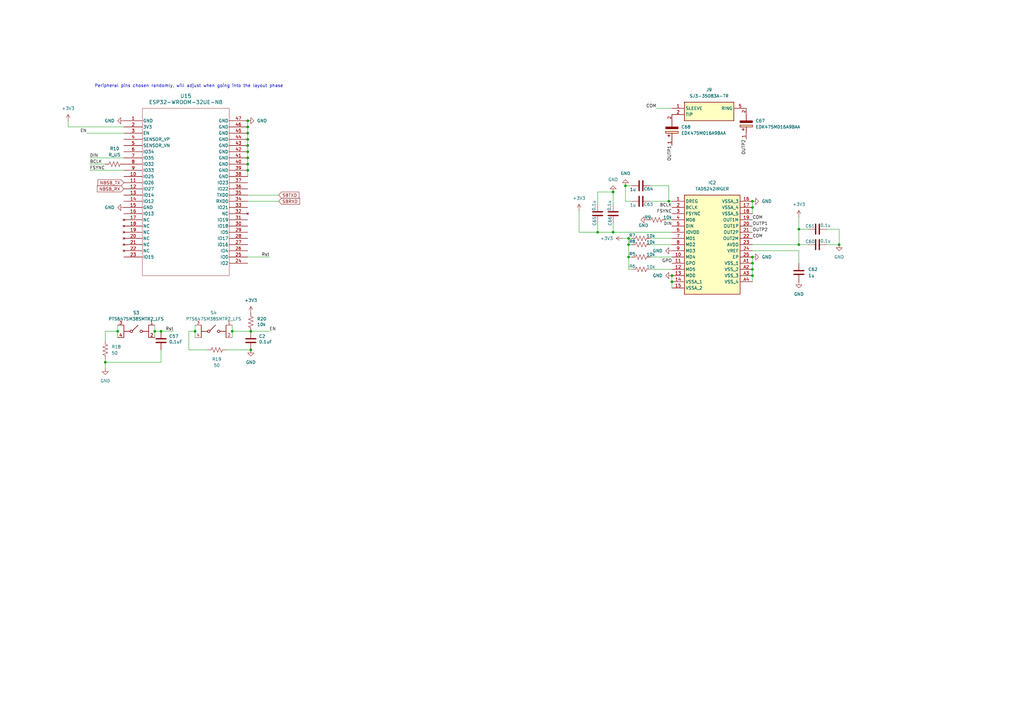
<source format=kicad_sch>
(kicad_sch (version 20250114) (generator "eeschema") (generator_version "9.0")
  (paper "A3")
  (lib_symbols
    (symbol "Device:C" (pin_numbers (hide yes)) (pin_names (offset 0.254))
      (property "Reference" "C" (at 0.635 2.54 0))
      (property "Value" "C" (at 0.635 -2.54 0))
      (symbol "C_0_1"
        (polyline (pts (xy -2.032 0.762) (xy 2.032 0.762)) (stroke (width 0.508)))
        (polyline (pts (xy -2.032 -0.762) (xy 2.032 -0.762)) (stroke (width 0.508)))
      )
      (symbol "C_1_1"
        (pin passive line (at 0 3.81 270) (length 2.794) (name "~") (number "1"))
        (pin passive line (at 0 -3.81 90) (length 2.794) (name "~") (number "2"))
      )
    )
    (symbol "Device:R_US" (pin_numbers (hide yes)) (pin_names (offset 0))
      (property "Reference" "R" (at 2.54 0 90))
      (property "Value" "R_US" (at -2.54 0 90))
      (symbol "R_US_0_1"
        (polyline (pts (xy 0 2.286) (xy 0 2.54)))
        (polyline (pts (xy 0 2.286) (xy 1.016 1.905) (xy 0 1.524) (xy -1.016 1.143) (xy 0 0.762)))
        (polyline (pts (xy 0 0.762) (xy 1.016 0.381) (xy 0 0) (xy -1.016 -0.381) (xy 0 -0.762)))
        (polyline (pts (xy 0 -0.762) (xy 1.016 -1.143) (xy 0 -1.524) (xy -1.016 -1.905) (xy 0 -2.286)))
        (polyline (pts (xy 0 -2.286) (xy 0 -2.54)))
      )
      (symbol "R_US_1_1"
        (pin passive line (at 0 3.81 270) (length 1.27) (name "~") (number "1"))
        (pin passive line (at 0 -3.81 90) (length 1.27) (name "~") (number "2"))
      )
    )
    (symbol "FPGA&MCU:ESP32-WROOM-32UE-N8" (pin_names (offset 0.254))
      (property "Reference" "U" (at 25.4 10.16 0))
      (property "Value" "ESP32-WROOM-32UE-N8" (at 25.4 7.62 0))
      (symbol "ESP32-WROOM-32UE-N8_0_1"
        (polyline (pts (xy 7.62 5.08) (xy 7.62 -63.5)) (stroke (width 0.127)))
        (polyline (pts (xy 7.62 -63.5) (xy 43.18 -63.5)) (stroke (width 0.127)))
        (polyline (pts (xy 43.18 5.08) (xy 7.62 5.08)) (stroke (width 0.127)))
        (polyline (pts (xy 43.18 -63.5) (xy 43.18 5.08)) (stroke (width 0.127)))
        (pin power_out line (at 0 0 0) (length 7.62) (name "GND") (number "1"))
        (pin power_in line (at 0 -2.54 0) (length 7.62) (name "3V3") (number "2"))
        (pin input line (at 0 -5.08 0) (length 7.62) (name "EN") (number "3"))
        (pin input line (at 0 -7.62 0) (length 7.62) (name "SENSOR_VP") (number "4"))
        (pin input line (at 0 -10.16 0) (length 7.62) (name "SENSOR_VN") (number "5"))
        (pin input line (at 0 -12.7 0) (length 7.62) (name "IO34") (number "6"))
        (pin input line (at 0 -15.24 0) (length 7.62) (name "IO35") (number "7"))
        (pin bidirectional line (at 0 -17.78 0) (length 7.62) (name "IO32") (number "8"))
        (pin bidirectional line (at 0 -20.32 0) (length 7.62) (name "IO33") (number "9"))
        (pin bidirectional line (at 0 -22.86 0) (length 7.62) (name "IO25") (number "10"))
        (pin bidirectional line (at 0 -25.4 0) (length 7.62) (name "IO26") (number "11"))
        (pin bidirectional line (at 0 -27.94 0) (length 7.62) (name "IO27") (number "12"))
        (pin bidirectional line (at 0 -30.48 0) (length 7.62) (name "IO14") (number "13"))
        (pin bidirectional line (at 0 -33.02 0) (length 7.62) (name "IO12") (number "14"))
        (pin power_out line (at 0 -35.56 0) (length 7.62) (name "GND") (number "15"))
        (pin bidirectional line (at 0 -38.1 0) (length 7.62) (name "IO13") (number "16"))
        (pin no_connect line (at 0 -40.64 0) (length 7.62) (name "NC") (number "17"))
        (pin no_connect line (at 0 -43.18 0) (length 7.62) (name "NC") (number "18"))
        (pin no_connect line (at 0 -45.72 0) (length 7.62) (name "NC") (number "19"))
        (pin no_connect line (at 0 -48.26 0) (length 7.62) (name "NC") (number "20"))
        (pin no_connect line (at 0 -50.8 0) (length 7.62) (name "NC") (number "21"))
        (pin no_connect line (at 0 -53.34 0) (length 7.62) (name "NC") (number "22"))
        (pin bidirectional line (at 0 -55.88 0) (length 7.62) (name "IO15") (number "23"))
        (pin power_out line (at 50.8 0 180) (length 7.62) (name "GND") (number "47"))
        (pin power_out line (at 50.8 -2.54 180) (length 7.62) (name "GND") (number "46"))
        (pin power_out line (at 50.8 -5.08 180) (length 7.62) (name "GND") (number "45"))
        (pin power_out line (at 50.8 -7.62 180) (length 7.62) (name "GND") (number "44"))
        (pin power_out line (at 50.8 -10.16 180) (length 7.62) (name "GND") (number "43"))
        (pin power_out line (at 50.8 -12.7 180) (length 7.62) (name "GND") (number "42"))
        (pin power_out line (at 50.8 -15.24 180) (length 7.62) (name "GND") (number "41"))
        (pin power_out line (at 50.8 -17.78 180) (length 7.62) (name "GND") (number "40"))
        (pin power_out line (at 50.8 -20.32 180) (length 7.62) (name "GND") (number "39"))
        (pin power_out line (at 50.8 -22.86 180) (length 7.62) (name "GND") (number "38"))
        (pin bidirectional line (at 50.8 -25.4 180) (length 7.62) (name "IO23") (number "37"))
        (pin bidirectional line (at 50.8 -27.94 180) (length 7.62) (name "IO22") (number "36"))
        (pin bidirectional line (at 50.8 -33.02 180) (length 7.62) (name "RXD0") (number "34"))
        (pin bidirectional line (at 50.8 -35.56 180) (length 7.62) (name "IO21") (number "33"))
        (pin no_connect line (at 50.8 -38.1 180) (length 7.62) (name "NC") (number "32"))
        (pin bidirectional line (at 50.8 -40.64 180) (length 7.62) (name "IO19") (number "31"))
        (pin bidirectional line (at 50.8 -43.18 180) (length 7.62) (name "IO18") (number "30"))
        (pin bidirectional line (at 50.8 -45.72 180) (length 7.62) (name "IO5") (number "29"))
        (pin bidirectional line (at 50.8 -48.26 180) (length 7.62) (name "IO17") (number "28"))
        (pin bidirectional line (at 50.8 -50.8 180) (length 7.62) (name "IO16") (number "27"))
        (pin bidirectional line (at 50.8 -53.34 180) (length 7.62) (name "IO4") (number "26"))
        (pin bidirectional line (at 50.8 -55.88 180) (length 7.62) (name "IO0") (number "25"))
        (pin bidirectional line (at 50.8 -58.42 180) (length 7.62) (name "IO2") (number "24"))
      )
      (symbol "ESP32-WROOM-32UE-N8_1_1"
        (pin bidirectional line (at 50.8 -30.48 180) (length 7.62) (name "TXD0") (number "35"))
      )
    )
    (symbol "FPGA_Interface:PTS647SM38SMTR2_LFS" (pin_names (hide yes))
      (property "Reference" "S" (at 12.7 6.35 0))
      (property "Value" "PTS647SM38SMTR2_LFS" (at 12.7 3.81 0))
      (symbol "PTS647SM38SMTR2_LFS_1_1"
        (polyline (pts (xy 2.54 -2.54) (xy 5.08 -2.54)) (stroke (width 0.254)))
        (polyline (pts (xy 2.54 -5.08) (xy 2.54 0)) (stroke (width 0.254)))
        (circle (center 5.588 -2.54) (radius 0.508) (stroke (width 0.254)))
        (polyline (pts (xy 6.096 -2.286) (xy 8.382 0)) (stroke (width 0.254)))
        (circle (center 9.652 -2.54) (radius 0.508) (stroke (width 0.254)))
        (polyline (pts (xy 10.16 -2.54) (xy 12.7 -2.54)) (stroke (width 0.254)))
        (polyline (pts (xy 12.7 -5.08) (xy 12.7 0)) (stroke (width 0.254)))
        (pin passive line (at 0 0 0) (length 2.54) (name "COM_1") (number "3"))
        (pin passive line (at 0 -5.08 0) (length 2.54) (name "COM_2") (number "4"))
        (pin passive line (at 15.24 0 180) (length 2.54) (name "NO_1") (number "1"))
        (pin passive line (at 15.24 -5.08 180) (length 2.54) (name "NO_2") (number "2"))
      )
    )
    (symbol "FPGA_Interface:SJ3-35083A-TR"
      (property "Reference" "J" (at 26.67 7.62 0))
      (property "Value" "SJ3-35083A-TR" (at 26.67 5.08 0))
      (symbol "SJ3-35083A-TR_1_1"
        (rectangle (start 5.08 2.54) (end 25.4 -5.08) (stroke (width 0.254)) (fill (type background)))
        (pin passive line (at 0 0 0) (length 5.08) (name "SLEEVE") (number "1"))
        (pin passive line (at 0 -2.54 0) (length 5.08) (name "TIP") (number "2"))
        (pin passive line (at 30.48 0 180) (length 5.08) (name "RING") (number "5"))
      )
    )
    (symbol "SB:EDK475M016A9BAA" (pin_names (hide yes))
      (property "Reference" "C" (at 8.89 6.35 0))
      (property "Value" "EDK475M016A9BAA" (at 8.89 3.81 0))
      (symbol "EDK475M016A9BAA_1_1"
        (polyline (pts (xy 2.54 0) (xy 5.08 0)) (stroke (width 0.254)))
        (polyline (pts (xy 4.064 1.778) (xy 4.064 0.762)) (stroke (width 0.254)))
        (polyline (pts (xy 4.572 1.27) (xy 3.556 1.27)) (stroke (width 0.254)))
        (rectangle (start 5.08 2.54) (end 5.842 -2.54) (stroke (width 0.254)) (fill (type background)))
        (polyline (pts (xy 7.62 2.54) (xy 7.62 -2.54) (xy 6.858 -2.54) (xy 6.858 2.54) (xy 7.62 2.54)) (stroke (width 0.254)) (fill (type outline)))
        (polyline (pts (xy 7.62 0) (xy 10.16 0)) (stroke (width 0.254)))
        (pin passive line (at 0 0 0) (length 2.54) (name "+") (number "1"))
        (pin passive line (at 12.7 0 180) (length 2.54) (name "-") (number "2"))
      )
    )
    (symbol "SB:TAD5242IRGER"
      (property "Reference" "IC" (at 29.21 7.62 0))
      (property "Value" "TAD5242IRGER" (at 29.21 5.08 0))
      (symbol "TAD5242IRGER_1_1"
        (rectangle (start 5.08 2.54) (end 27.94 -38.1) (stroke (width 0.254)) (fill (type background)))
        (pin passive line (at 0 0 0) (length 5.08) (name "DREG") (number "1"))
        (pin passive line (at 0 -2.54 0) (length 5.08) (name "BCLK") (number "2"))
        (pin passive line (at 0 -5.08 0) (length 5.08) (name "FSYNC") (number "3"))
        (pin passive line (at 0 -7.62 0) (length 5.08) (name "MD6") (number "4"))
        (pin passive line (at 0 -10.16 0) (length 5.08) (name "DIN") (number "5"))
        (pin passive line (at 0 -12.7 0) (length 5.08) (name "IOVDD") (number "6"))
        (pin passive line (at 0 -15.24 0) (length 5.08) (name "MD1") (number "7"))
        (pin passive line (at 0 -17.78 0) (length 5.08) (name "MD2") (number "8"))
        (pin passive line (at 0 -20.32 0) (length 5.08) (name "MD3") (number "9"))
        (pin passive line (at 0 -22.86 0) (length 5.08) (name "MD4") (number "10"))
        (pin passive line (at 0 -25.4 0) (length 5.08) (name "GPO") (number "11"))
        (pin passive line (at 0 -27.94 0) (length 5.08) (name "MD5") (number "12"))
        (pin passive line (at 0 -30.48 0) (length 5.08) (name "MD0") (number "13"))
        (pin passive line (at 0 -33.02 0) (length 5.08) (name "VSSA_1") (number "14"))
        (pin passive line (at 0 -35.56 0) (length 5.08) (name "VSSA_2") (number "15"))
        (pin passive line (at 33.02 0 180) (length 5.08) (name "VSSA_3") (number "16"))
        (pin passive line (at 33.02 -2.54 180) (length 5.08) (name "VSSA_4") (number "17"))
        (pin passive line (at 33.02 -5.08 180) (length 5.08) (name "VSSA_5") (number "18"))
        (pin passive line (at 33.02 -7.62 180) (length 5.08) (name "OUT1M") (number "19"))
        (pin passive line (at 33.02 -10.16 180) (length 5.08) (name "OUT1P") (number "20"))
        (pin passive line (at 33.02 -12.7 180) (length 5.08) (name "OUT2P") (number "21"))
        (pin passive line (at 33.02 -15.24 180) (length 5.08) (name "OUT2M") (number "22"))
        (pin passive line (at 33.02 -17.78 180) (length 5.08) (name "AVDD") (number "23"))
        (pin passive line (at 33.02 -20.32 180) (length 5.08) (name "VREF") (number "24"))
        (pin passive line (at 33.02 -22.86 180) (length 5.08) (name "EP") (number "25"))
        (pin passive line (at 33.02 -25.4 180) (length 5.08) (name "VSS_1") (number "A1"))
        (pin passive line (at 33.02 -27.94 180) (length 5.08) (name "VSS_2") (number "A2"))
        (pin passive line (at 33.02 -30.48 180) (length 5.08) (name "VSS_3") (number "A3"))
        (pin passive line (at 33.02 -33.02 180) (length 5.08) (name "VSS_4") (number "A4"))
      )
    )
    (symbol "power:+3V3" (power) (pin_numbers (hide yes)) (pin_names (offset 0) (hide yes))
      (property "Value" "+3V3" (at 0 3.556 0))
      (symbol "+3V3_0_1"
        (polyline (pts (xy -0.762 1.27) (xy 0 2.54)))
        (polyline (pts (xy 0 2.54) (xy 0.762 1.27)))
        (polyline (pts (xy 0 0) (xy 0 2.54)))
      )
      (symbol "+3V3_1_1"
        (pin power_in line (at 0 0 90) (length 0) (name "~") (number "1"))
      )
    )
    (symbol "power:GND" (power) (pin_numbers (hide yes)) (pin_names (offset 0) (hide yes))
      (property "Value" "GND" (at 0 -3.81 0))
      (symbol "GND_0_1"
        (polyline (pts (xy 0 0) (xy 0 -1.27) (xy 1.27 -1.27) (xy 0 -2.54) (xy -1.27 -1.27) (xy 0 -1.27)))
      )
      (symbol "GND_1_1"
        (pin power_in line (at 0 0 270) (length 0) (name "~") (number "1"))
      )
    )
  )
  (text "Peripheral pins chosen randomly, will adjust when going into the layout phase\n" (at 77.47 35.306 0) (effects (font (size 1.27 1.27))))
  (junction (at 275.59 113.03))
  (junction (at 344.17 100.33))
  (junction (at 308.61 110.49))
  (junction (at 256.54 76.2))
  (junction (at 101.6 57.15))
  (junction (at 308.61 82.55))
  (junction (at 308.61 113.03))
  (junction (at 66.04 135.89))
  (junction (at 327.66 93.98))
  (junction (at 251.46 95.25))
  (junction (at 257.81 97.79))
  (junction (at 308.61 107.95))
  (junction (at 48.26 135.89))
  (junction (at 95.25 135.89))
  (junction (at 101.6 52.07))
  (junction (at 101.6 49.53))
  (junction (at 102.87 135.89))
  (junction (at 327.66 100.33))
  (junction (at 245.11 95.25))
  (junction (at 102.87 143.51))
  (junction (at 274.32 82.55))
  (junction (at 101.6 59.69))
  (junction (at 101.6 67.31))
  (junction (at 257.81 105.41))
  (junction (at 63.5 135.89))
  (junction (at 257.81 100.33))
  (junction (at 101.6 69.85))
  (junction (at 101.6 64.77))
  (junction (at 251.46 78.74))
  (junction (at 101.6 62.23))
  (junction (at 80.01 135.89))
  (junction (at 275.59 115.57))
  (junction (at 308.61 85.09))
  (junction (at 101.6 54.61))
  (junction (at 43.18 148.59))
  (junction (at 308.61 105.41))
  (wire (pts (xy 308.61 102.87) (xy 327.66 102.87)))
  (wire (pts (xy 101.6 57.15) (xy 101.6 59.69)))
  (wire (pts (xy 344.17 93.98) (xy 344.17 100.33)))
  (wire (pts (xy 36.83 69.85) (xy 50.8 69.85)))
  (wire (pts (xy 245.11 91.44) (xy 245.11 95.25)))
  (wire (pts (xy 308.61 82.55) (xy 308.61 85.09)))
  (wire (pts (xy 331.47 100.33) (xy 327.66 100.33)))
  (wire (pts (xy 63.5 135.89) (xy 63.5 138.43)))
  (wire (pts (xy 245.11 95.25) (xy 237.49 95.25)))
  (wire (pts (xy 237.49 86.36) (xy 237.49 95.25)))
  (wire (pts (xy 101.6 59.69) (xy 101.6 62.23)))
  (wire (pts (xy 257.81 97.79) (xy 257.81 100.33)))
  (wire (pts (xy 251.46 83.82) (xy 251.46 78.74)))
  (wire (pts (xy 257.81 105.41) (xy 257.81 110.49)))
  (wire (pts (xy 256.54 82.55) (xy 256.54 76.2)))
  (wire (pts (xy 80.01 135.89) (xy 80.01 138.43)))
  (wire (pts (xy 259.08 82.55) (xy 256.54 82.55)))
  (wire (pts (xy 101.6 49.53) (xy 101.6 52.07)))
  (wire (pts (xy 274.32 76.2) (xy 274.32 82.55)))
  (wire (pts (xy 274.32 76.2) (xy 266.7 76.2)))
  (wire (pts (xy 101.6 54.61) (xy 101.6 57.15)))
  (wire (pts (xy 339.09 93.98) (xy 344.17 93.98)))
  (wire (pts (xy 257.81 100.33) (xy 259.08 100.33)))
  (wire (pts (xy 110.49 105.41) (xy 101.6 105.41)))
  (wire (pts (xy 275.59 115.57) (xy 275.59 118.11)))
  (wire (pts (xy 308.61 105.41) (xy 308.61 107.95)))
  (wire (pts (xy 36.83 67.31) (xy 43.18 67.31)))
  (wire (pts (xy 102.87 135.89) (xy 110.49 135.89)))
  (wire (pts (xy 245.11 83.82) (xy 245.11 78.74)))
  (wire (pts (xy 308.61 85.09) (xy 308.61 87.63)))
  (wire (pts (xy 27.94 49.53) (xy 27.94 52.07)))
  (wire (pts (xy 95.25 135.89) (xy 95.25 138.43)))
  (wire (pts (xy 331.47 93.98) (xy 327.66 93.98)))
  (wire (pts (xy 259.08 76.2) (xy 256.54 76.2)))
  (wire (pts (xy 101.6 80.01) (xy 114.3 80.01)))
  (wire (pts (xy 80.01 133.35) (xy 80.01 135.89)))
  (wire (pts (xy 266.7 105.41) (xy 275.59 105.41)))
  (wire (pts (xy 266.7 97.79) (xy 275.59 97.79)))
  (wire (pts (xy 274.32 82.55) (xy 275.59 82.55)))
  (wire (pts (xy 269.24 44.45) (xy 275.59 44.45)))
  (wire (pts (xy 257.81 105.41) (xy 259.08 105.41)))
  (wire (pts (xy 275.59 113.03) (xy 275.59 115.57)))
  (wire (pts (xy 43.18 135.89) (xy 43.18 139.7)))
  (wire (pts (xy 327.66 88.9) (xy 327.66 93.98)))
  (wire (pts (xy 43.18 148.59) (xy 43.18 151.13)))
  (wire (pts (xy 273.05 90.17) (xy 275.59 90.17)))
  (wire (pts (xy 48.26 135.89) (xy 48.26 133.35)))
  (wire (pts (xy 274.32 82.55) (xy 266.7 82.55)))
  (wire (pts (xy 36.83 64.77) (xy 50.8 64.77)))
  (wire (pts (xy 275.59 95.25) (xy 251.46 95.25)))
  (wire (pts (xy 259.08 97.79) (xy 257.81 97.79)))
  (wire (pts (xy 327.66 93.98) (xy 327.66 100.33)))
  (wire (pts (xy 101.6 64.77) (xy 101.6 67.31)))
  (wire (pts (xy 257.81 100.33) (xy 257.81 105.41)))
  (wire (pts (xy 339.09 100.33) (xy 344.17 100.33)))
  (wire (pts (xy 257.81 110.49) (xy 259.08 110.49)))
  (wire (pts (xy 63.5 135.89) (xy 66.04 135.89)))
  (wire (pts (xy 308.61 107.95) (xy 308.61 110.49)))
  (wire (pts (xy 327.66 102.87) (xy 327.66 107.95)))
  (wire (pts (xy 63.5 133.35) (xy 63.5 135.89)))
  (wire (pts (xy 95.25 133.35) (xy 95.25 135.89)))
  (wire (pts (xy 92.71 143.51) (xy 102.87 143.51)))
  (wire (pts (xy 101.6 67.31) (xy 101.6 69.85)))
  (wire (pts (xy 255.27 97.79) (xy 257.81 97.79)))
  (wire (pts (xy 308.61 100.33) (xy 327.66 100.33)))
  (wire (pts (xy 66.04 143.51) (xy 66.04 148.59)))
  (wire (pts (xy 35.56 54.61) (xy 50.8 54.61)))
  (wire (pts (xy 266.7 110.49) (xy 275.59 110.49)))
  (wire (pts (xy 48.26 135.89) (xy 48.26 138.43)))
  (wire (pts (xy 77.47 135.89) (xy 77.47 143.51)))
  (wire (pts (xy 101.6 82.55) (xy 114.3 82.55)))
  (wire (pts (xy 80.01 135.89) (xy 77.47 135.89)))
  (wire (pts (xy 308.61 110.49) (xy 308.61 113.03)))
  (wire (pts (xy 245.11 78.74) (xy 251.46 78.74)))
  (wire (pts (xy 101.6 52.07) (xy 101.6 54.61)))
  (wire (pts (xy 251.46 91.44) (xy 251.46 95.25)))
  (wire (pts (xy 66.04 148.59) (xy 43.18 148.59)))
  (wire (pts (xy 43.18 135.89) (xy 48.26 135.89)))
  (wire (pts (xy 95.25 135.89) (xy 102.87 135.89)))
  (wire (pts (xy 308.61 113.03) (xy 308.61 115.57)))
  (wire (pts (xy 251.46 95.25) (xy 245.11 95.25)))
  (wire (pts (xy 101.6 62.23) (xy 101.6 64.77)))
  (wire (pts (xy 101.6 69.85) (xy 101.6 72.39)))
  (wire (pts (xy 43.18 147.32) (xy 43.18 148.59)))
  (wire (pts (xy 66.04 135.89) (xy 71.12 135.89)))
  (wire (pts (xy 50.8 52.07) (xy 27.94 52.07)))
  (wire (pts (xy 77.47 143.51) (xy 85.09 143.51)))
  (wire (pts (xy 266.7 100.33) (xy 275.59 100.33)))
  (label "BCLK" (at 36.83 67.31 0))
  (label "OUTP1" (at 275.59 59.69 270))
  (label "OUTP1" (at 308.61 92.71 0))
  (label "BCLK" (at 275.59 85.09 180))
  (label "OUTP2" (at 306.07 57.15 270))
  (label "FSYNC" (at 36.83 69.85 0))
  (label "COM" (at 269.24 44.45 180))
  (label "FSYNC" (at 275.59 87.63 180))
  (label "DIN" (at 36.83 64.77 0))
  (label "EN" (at 110.49 135.89 0))
  (label "Rst" (at 71.12 135.89 180))
  (label "GPO" (at 275.59 107.95 180))
  (label "COM" (at 308.61 90.17 0))
  (label "COM" (at 308.61 97.79 0))
  (label "EN" (at 35.56 54.61 180))
  (label "DIN" (at 275.59 92.71 180))
  (label "Rst" (at 110.49 105.41 180))
  (label "OUTP2" (at 308.61 95.25 0))
  (global_label "NBSB_RX" (shape input) (at 50.8 77.47 180) (property "Intersheetrefs" "${INTERSHEET_REFS}" (effects (hide yes))))
  (global_label "SBTXD" (shape input) (at 114.3 80.01 0) (property "Intersheetrefs" "${INTERSHEET_REFS}" (effects (hide yes))))
  (global_label "SBRXD" (shape input) (at 114.3 82.55 0) (property "Intersheetrefs" "${INTERSHEET_REFS}" (effects (hide yes))))
  (global_label "NBSB_TX" (shape input) (at 50.8 74.93 180) (property "Intersheetrefs" "${INTERSHEET_REFS}" (effects (hide yes))))
  (symbol (lib_id "power:GND") (at 308.61 105.41 90) (unit 1)
    (property "Reference" "#PWR0153" (effects (hide yes)))
    (property "Value" "GND" (at 312.42 105.4099 90) (effects (justify right)))
    (property "Description" "Power symbol creates a global label with name \"GND\" , ground" (effects (hide yes)))
  )
  (symbol (lib_id "Device:R_US") (at 262.89 105.41 90) (unit 1)
    (property "Reference" "R5" (at 259.334 104.14 90))
    (property "Value" "10k" (at 266.954 104.394 90))
    (property "Description" "Resistor, US symbol" (effects (hide yes)))
  )
  (symbol (lib_id "power:GND") (at 50.8 49.53 270) (unit 1)
    (property "Reference" "#PWR017" (effects (hide yes)))
    (property "Value" "GND" (at 46.99 49.5299 90) (effects (justify right)))
    (property "Description" "Power symbol creates a global label with name \"GND\" , ground" (effects (hide yes)))
  )
  (symbol (lib_id "SB:EDK475M016A9BAA") (at 275.59 59.69 90) (unit 1)
    (property "Reference" "C68" (at 279.4 52.0699 90) (effects (justify right)))
    (property "Value" "EDK475M016A9BAA" (at 279.4 54.6099 90) (effects (justify right)))
    (property "Footprint" "SB:CAPAE430X565N" (effects (hide yes)))
    (property "Datasheet" "https://content.kemet.com/datasheets/KEM_A4001_EDK.pdf" (effects (hide yes)))
    (property "Description" "EDK, Aluminum, Aluminum Electrolytic, 4.7 uF, 20%, 16 VDC, -40/+85C, 85C, -40C, 85C, 2,000 Hrs, 16 % , 0.02, 3 uA, 2, 4, 4mm, 5.4mm, 2000" (effects (hide yes)))
    (property "Height" "5.65" (effects (hide yes)))
    (property "Mouser Part Number" "80-EDK475M016A9BAA" (effects (hide yes)))
    (property "Mouser Price/Stock" "https://www.mouser.co.uk/ProductDetail/KEMET/EDK475M016A9BAA?qs=E9QF1UCAUX56UXN1YiCZhQ%3D%3D" (effects (hide yes)))
    (property "Manufacturer_Name" "KEMET" (effects (hide yes)))
    (property "Manufacturer_Part_Number" "EDK475M016A9BAA" (effects (hide yes)))
  )
  (symbol (lib_id "power:GND") (at 275.59 102.87 270) (unit 1)
    (property "Reference" "#PWR0157" (effects (hide yes)))
    (property "Value" "GND" (at 271.78 102.8699 90) (effects (justify right)))
    (property "Description" "Power symbol creates a global label with name \"GND\" , ground" (effects (hide yes)))
  )
  (symbol (lib_id "FPGA_Interface:SJ3-35083A-TR") (at 275.59 44.45 0) (unit 1)
    (property "Reference" "J9" (at 290.83 36.83 0))
    (property "Value" "SJ3-35083A-TR" (at 290.83 39.37 0))
    (property "Footprint" "SJ335083ATR" (effects (hide yes)))
    (property "Datasheet" "https://www.sameskydevices.com/product/resource/SJ3-35083A-TR.pdf" (effects (hide yes)))
    (property "Description" "SJ3-35083A-TR - 3.5 mm Stereo Jack, Through Hole, 3 Conductors, 0 Internal Switches,  Tape & Reel Packaging" (effects (hide yes)))
    (property "Height" "5.3" (effects (hide yes)))
    (property "Mouser Part Number" "179-SJ3-35083A-TR" (effects (hide yes)))
    (property "Mouser Price/Stock" "https://www.mouser.co.uk/ProductDetail/Same-Sky/SJ3-35083A-TR?qs=IKkN%2F947nfAXbylC140wLg%3D%3D" (effects (hide yes)))
    (property "Manufacturer_Name" "Same Sky" (effects (hide yes)))
    (property "Manufacturer_Part_Number" "SJ3-35083A-TR" (effects (hide yes)))
  )
  (symbol (lib_id "FPGA_Interface:PTS647SM38SMTR2_LFS") (at 80.01 133.35 0) (unit 1)
    (property "Reference" "S4" (at 87.63 128.27 0))
    (property "Value" "PTS647SM38SMTR2_LFS" (at 87.63 130.81 0))
    (property "Footprint" "PTS647SM38SMTR2LFS" (effects (hide yes)))
    (property "Datasheet" "https://www.ckswitches.com/media/2567/pts647.pdf" (effects (hide yes)))
    (property "Description" "Tactile Switch SPST-NO Top Actuated Surface Mount 0.05A 12V" (effects (hide yes)))
    (property "Manufacturer_Name" "C & K COMPONENTS" (effects (hide yes)))
    (property "Manufacturer_Part_Number" "PTS647SM38SMTR2 LFS" (effects (hide yes)))
  )
  (symbol (lib_id "power:+3V3") (at 327.66 88.9 0) (unit 1)
    (property "Reference" "#PWR0159" (effects (hide yes)))
    (property "Value" "+3V3" (at 327.66 83.82 0))
    (property "Description" "Power symbol creates a global label with name \"+3V3\"" (effects (hide yes)))
  )
  (symbol (lib_id "Device:C") (at 66.04 139.7 0) (unit 1)
    (property "Reference" "C57" (at 69.342 137.922 0) (effects (justify left)))
    (property "Value" "0.1uF" (at 69.342 140.208 0) (effects (justify left)))
    (property "Description" "Unpolarized capacitor" (effects (hide yes)))
  )
  (symbol (lib_id "power:+3V3") (at 237.49 86.36 0) (unit 1)
    (property "Reference" "#PWR0162" (effects (hide yes)))
    (property "Value" "+3V3" (at 237.49 81.28 0))
    (property "Description" "Power symbol creates a global label with name \"+3V3\"" (effects (hide yes)))
  )
  (symbol (lib_id "power:GND") (at 275.59 113.03 270) (unit 1)
    (property "Reference" "#PWR0155" (effects (hide yes)))
    (property "Value" "GND" (at 271.78 113.0301 90) (effects (justify right)))
    (property "Description" "Power symbol creates a global label with name \"GND\" , ground" (effects (hide yes)))
  )
  (symbol (lib_id "Device:C") (at 327.66 111.76 0) (unit 1)
    (property "Reference" "C62" (at 331.47 110.4899 0) (effects (justify left)))
    (property "Value" "1u" (at 331.47 113.0299 0) (effects (justify left)))
    (property "Description" "Unpolarized capacitor" (effects (hide yes)))
  )
  (symbol (lib_id "power:GND") (at 256.54 76.2 180) (unit 1)
    (property "Reference" "#PWR0160" (effects (hide yes)))
    (property "Value" "GND" (at 256.54 71.12 0))
    (property "Description" "Power symbol creates a global label with name \"GND\" , ground" (effects (hide yes)))
  )
  (symbol (lib_id "power:GND") (at 344.17 100.33 0) (unit 1)
    (property "Reference" "#PWR0151" (effects (hide yes)))
    (property "Value" "GND" (at 344.17 105.41 0))
    (property "Description" "Power symbol creates a global label with name \"GND\" , ground" (effects (hide yes)))
  )
  (symbol (lib_id "SB:TAD5242IRGER") (at 275.59 82.55 0) (unit 1)
    (property "Reference" "IC2" (at 292.1 74.93 0))
    (property "Value" "TAD5242IRGER" (at 292.1 77.47 0))
    (property "Footprint" "TAD5242IRGER" (effects (hide yes)))
    (property "Datasheet" "https://www.ti.com/lit/ds/symlink/tad5242.pdf?ts=1736249226355&ref_url=https%253A%252F%252Fwww.ti.com%252Fproduct%252FTAD5242" (effects (hide yes)))
    (property "Description" "Audio D/A Converter ICs Hardware-control stereo audio DAC with 120dB dynamic range, and headphone and line driver" (effects (hide yes)))
    (property "Height" "1" (effects (hide yes)))
    (property "Mouser Part Number" "595-TAD5242IRGER" (effects (hide yes)))
    (property "Mouser Price/Stock" "https://www.mouser.co.uk/ProductDetail/Texas-Instruments/TAD5242IRGER?qs=%252BXxaIXUDbq07iiss%252B1zA7A%3D%3D" (effects (hide yes)))
    (property "Manufacturer_Name" "Texas Instruments" (effects (hide yes)))
    (property "Manufacturer_Part_Number" "TAD5242IRGER" (effects (hide yes)))
  )
  (symbol (lib_id "power:+3V3") (at 102.87 128.27 0) (unit 1)
    (property "Reference" "#PWR015" (effects (hide yes)))
    (property "Value" "+3V3" (at 102.87 123.19 0))
    (property "Description" "Power symbol creates a global label with name \"+3V3\"" (effects (hide yes)))
  )
  (symbol (lib_id "Device:C") (at 335.28 93.98 90) (unit 1)
    (property "Reference" "C61" (at 332.232 92.71 90))
    (property "Value" "0.1u" (at 338.582 92.456 90))
    (property "Description" "Unpolarized capacitor" (effects (hide yes)))
  )
  (symbol (lib_id "Device:C") (at 251.46 87.63 180) (unit 1)
    (property "Reference" "C66" (at 250.19 90.678 90))
    (property "Value" "0.1u" (at 249.936 84.328 90))
    (property "Description" "Unpolarized capacitor" (effects (hide yes)))
  )
  (symbol (lib_id "Device:R_US") (at 262.89 100.33 90) (unit 1)
    (property "Reference" "R8" (at 259.334 99.06 90))
    (property "Value" "10k" (at 266.954 99.314 90))
    (property "Description" "Resistor, US symbol" (effects (hide yes)))
  )
  (symbol (lib_id "power:GND") (at 265.43 90.17 270) (unit 1)
    (property "Reference" "#PWR0158" (effects (hide yes)))
    (property "Value" "GND" (at 265.938 92.456 90) (effects (justify right)))
    (property "Description" "Power symbol creates a global label with name \"GND\" , ground" (effects (hide yes)))
  )
  (symbol (lib_id "power:GND") (at 101.6 49.53 90) (unit 1)
    (property "Reference" "#PWR020" (effects (hide yes)))
    (property "Value" "GND" (at 105.41 49.5299 90) (effects (justify right)))
    (property "Description" "Power symbol creates a global label with name \"GND\" , ground" (effects (hide yes)))
  )
  (symbol (lib_id "power:GND") (at 251.46 78.74 180) (unit 1)
    (property "Reference" "#PWR0161" (effects (hide yes)))
    (property "Value" "GND" (at 251.46 73.66 0))
    (property "Description" "Power symbol creates a global label with name \"GND\" , ground" (effects (hide yes)))
  )
  (symbol (lib_id "Device:R_US") (at 262.89 97.79 90) (unit 1)
    (property "Reference" "R7" (at 259.334 96.52 90))
    (property "Value" "10k" (at 266.954 96.774 90))
    (property "Description" "Resistor, US symbol" (effects (hide yes)))
  )
  (symbol (lib_id "Device:C") (at 262.89 76.2 270) (unit 1)
    (property "Reference" "C64" (at 265.938 77.47 90))
    (property "Value" "1u" (at 259.588 77.724 90))
    (property "Description" "Unpolarized capacitor" (effects (hide yes)))
  )
  (symbol (lib_id "SB:EDK475M016A9BAA") (at 306.07 57.15 90) (unit 1)
    (property "Reference" "C67" (at 309.88 49.5299 90) (effects (justify right)))
    (property "Value" "EDK475M016A9BAA" (at 309.88 52.0699 90) (effects (justify right)))
    (property "Footprint" "SB:CAPAE430X565N" (effects (hide yes)))
    (property "Datasheet" "https://content.kemet.com/datasheets/KEM_A4001_EDK.pdf" (effects (hide yes)))
    (property "Description" "EDK, Aluminum, Aluminum Electrolytic, 4.7 uF, 20%, 16 VDC, -40/+85C, 85C, -40C, 85C, 2,000 Hrs, 16 % , 0.02, 3 uA, 2, 4, 4mm, 5.4mm, 2000" (effects (hide yes)))
    (property "Height" "5.65" (effects (hide yes)))
    (property "Mouser Part Number" "80-EDK475M016A9BAA" (effects (hide yes)))
    (property "Mouser Price/Stock" "https://www.mouser.co.uk/ProductDetail/KEMET/EDK475M016A9BAA?qs=E9QF1UCAUX56UXN1YiCZhQ%3D%3D" (effects (hide yes)))
    (property "Manufacturer_Name" "KEMET" (effects (hide yes)))
    (property "Manufacturer_Part_Number" "EDK475M016A9BAA" (effects (hide yes)))
  )
  (symbol (lib_id "power:GND") (at 50.8 85.09 270) (unit 1)
    (property "Reference" "#PWR019" (effects (hide yes)))
    (property "Value" "GND" (at 46.99 85.0899 90) (effects (justify right)))
    (property "Description" "Power symbol creates a global label with name \"GND\" , ground" (effects (hide yes)))
  )
  (symbol (lib_id "power:GND") (at 327.66 115.57 0) (unit 1)
    (property "Reference" "#PWR0152" (effects (hide yes)))
    (property "Value" "GND" (at 327.66 120.65 0))
    (property "Description" "Power symbol creates a global label with name \"GND\" , ground" (effects (hide yes)))
  )
  (symbol (lib_id "Device:R_US") (at 102.87 132.08 0) (unit 1)
    (property "Reference" "R20" (at 105.41 130.8099 0) (effects (justify left)))
    (property "Value" "10k" (at 105.41 133.096 0) (effects (justify left)))
    (property "Description" "Resistor, US symbol" (effects (hide yes)))
  )
  (symbol (lib_id "Device:C") (at 102.87 139.7 0) (unit 1)
    (property "Reference" "C2" (at 106.172 137.922 0) (effects (justify left)))
    (property "Value" "0.1uF" (at 106.172 140.208 0) (effects (justify left)))
    (property "Description" "Unpolarized capacitor" (effects (hide yes)))
  )
  (symbol (lib_id "Device:C") (at 335.28 100.33 90) (unit 1)
    (property "Reference" "C60" (at 332.232 99.06 90))
    (property "Value" "0.1u" (at 338.582 98.806 90))
    (property "Description" "Unpolarized capacitor" (effects (hide yes)))
  )
  (symbol (lib_id "Device:R_US") (at 88.9 143.51 270) (unit 1)
    (property "Reference" "R19" (at 88.9 147.32 90))
    (property "Value" "50" (at 88.9 149.86 90))
    (property "Description" "Resistor, US symbol" (effects (hide yes)))
  )
  (symbol (lib_id "Device:R_US") (at 262.89 110.49 90) (unit 1)
    (property "Reference" "R6" (at 259.334 109.22 90))
    (property "Value" "10k" (at 266.954 109.474 90))
    (property "Description" "Resistor, US symbol" (effects (hide yes)))
  )
  (symbol (lib_id "Device:C") (at 262.89 82.55 270) (unit 1)
    (property "Reference" "C63" (at 265.938 83.82 90))
    (property "Value" "1u" (at 259.588 84.074 90))
    (property "Description" "Unpolarized capacitor" (effects (hide yes)))
  )
  (symbol (lib_id "Device:R_US") (at 43.18 143.51 0) (unit 1)
    (property "Reference" "R18" (at 45.72 142.2399 0) (effects (justify left)))
    (property "Value" "50" (at 45.72 144.7799 0) (effects (justify left)))
    (property "Description" "Resistor, US symbol" (effects (hide yes)))
  )
  (symbol (lib_id "power:GND") (at 102.87 143.51 0) (unit 1)
    (property "Reference" "#PWR016" (effects (hide yes)))
    (property "Value" "GND" (at 102.87 148.59 0))
    (property "Description" "Power symbol creates a global label with name \"GND\" , ground" (effects (hide yes)))
  )
  (symbol (lib_id "Device:C") (at 245.11 87.63 180) (unit 1)
    (property "Reference" "C65" (at 243.84 90.678 90))
    (property "Value" "0.1u" (at 243.586 84.328 90))
    (property "Description" "Unpolarized capacitor" (effects (hide yes)))
  )
  (symbol (lib_id "power:+3V3") (at 27.94 49.53 0) (unit 1)
    (property "Reference" "#PWR018" (effects (hide yes)))
    (property "Value" "+3V3" (at 27.94 44.45 0))
    (property "Description" "Power symbol creates a global label with name \"+3V3\"" (effects (hide yes)))
  )
  (symbol (lib_id "power:GND") (at 308.61 82.55 90) (unit 1)
    (property "Reference" "#PWR0154" (effects (hide yes)))
    (property "Value" "GND" (at 312.42 82.5499 90) (effects (justify right)))
    (property "Description" "Power symbol creates a global label with name \"GND\" , ground" (effects (hide yes)))
  )
  (symbol (lib_id "power:+3V3") (at 255.27 97.79 90) (unit 1)
    (property "Reference" "#PWR0156" (effects (hide yes)))
    (property "Value" "+3V3" (at 251.46 97.7899 90) (effects (justify left)))
    (property "Description" "Power symbol creates a global label with name \"+3V3\"" (effects (hide yes)))
  )
  (symbol (lib_id "FPGA&MCU:ESP32-WROOM-32UE-N8") (at 50.8 49.53 0) (unit 1)
    (property "Reference" "U15" (at 76.2 39.37 0) (effects (font (size 1.524 1.524))))
    (property "Value" "ESP32-WROOM-32UE-N8" (at 76.2 41.91 0) (effects (font (size 1.524 1.524))))
    (property "Footprint" "ESP32-WROOM-32UE_EXP" (effects (hide yes)))
    (property "Datasheet" "ESP32-WROOM-32UE-N8" (effects (hide yes)))
  )
  (symbol (lib_id "FPGA_Interface:PTS647SM38SMTR2_LFS") (at 48.26 133.35 0) (unit 1)
    (property "Reference" "S3" (at 55.88 128.27 0))
    (property "Value" "PTS647SM38SMTR2_LFS" (at 55.88 130.81 0))
    (property "Footprint" "PTS647SM38SMTR2LFS" (effects (hide yes)))
    (property "Datasheet" "https://www.ckswitches.com/media/2567/pts647.pdf" (effects (hide yes)))
    (property "Description" "Tactile Switch SPST-NO Top Actuated Surface Mount 0.05A 12V" (effects (hide yes)))
    (property "Manufacturer_Name" "C & K COMPONENTS" (effects (hide yes)))
    (property "Manufacturer_Part_Number" "PTS647SM38SMTR2 LFS" (effects (hide yes)))
  )
  (symbol (lib_id "Device:R_US") (at 269.24 90.17 90) (unit 1)
    (property "Reference" "R9" (at 265.684 89.154 90))
    (property "Value" "10k" (at 273.812 89.154 90))
    (property "Description" "Resistor, US symbol" (effects (hide yes)))
  )
  (symbol (lib_id "power:GND") (at 43.18 151.13 0) (unit 1)
    (property "Reference" "#PWR014" (effects (hide yes)))
    (property "Value" "GND" (at 43.18 156.21 0))
    (property "Description" "Power symbol creates a global label with name \"GND\" , ground" (effects (hide yes)))
  )
  (symbol (lib_id "Device:R_US") (at 46.99 67.31 90) (unit 1)
    (property "Reference" "R10" (at 46.99 60.96 90))
    (property "Value" "R_US" (at 46.99 63.5 90))
    (property "Footprint" "Resistor_SMD:R_0402_1005Metric" (effects (hide yes)))
    (property "Description" "Resistor, US symbol" (effects (hide yes)))
  )
)
</source>
